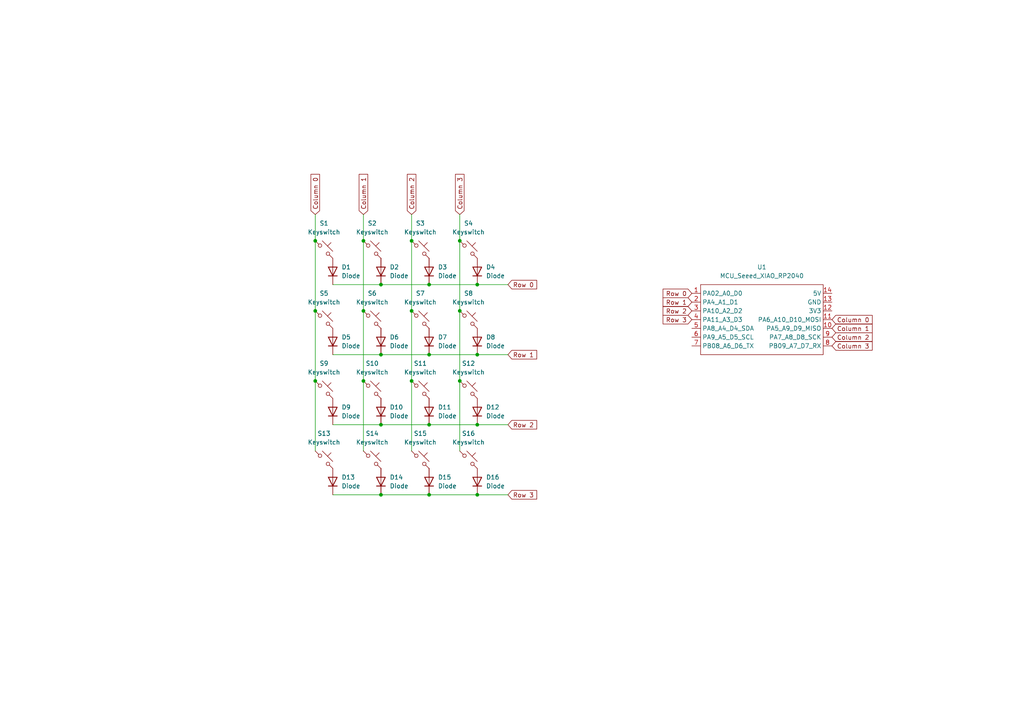
<source format=kicad_sch>
(kicad_sch (version 20231120) (generator "eeschema") (generator_version "8.0")
  (paper "A4")
  (lib_symbols
    (symbol "ScottoKeebs:MCU_Seeed_XIAO_RP2040"
      (property "Reference" "U" (at -16.51 11.43 0))
      (property "Value" "MCU_Seeed_XIAO_RP2040" (at -3.81 -11.43 0))
      (symbol "MCU_Seeed_XIAO_RP2040_0_1"
        (rectangle (start -16.51 10.16) (end 19.05 -10.16))
      )
      (symbol "MCU_Seeed_XIAO_RP2040_1_1"
        (pin passive line (at -19.05 7.62 0) (length 2.54) (name "PA02_A0_D0") (number "1"))
        (pin passive line (at 21.59 -2.54 180) (length 2.54) (name "PA5_A9_D9_MISO") (number "10"))
        (pin passive line (at 21.59 0 180) (length 2.54) (name "PA6_A10_D10_MOSI") (number "11"))
        (pin passive line (at 21.59 2.54 180) (length 2.54) (name "3V3") (number "12"))
        (pin passive line (at 21.59 5.08 180) (length 2.54) (name "GND") (number "13"))
        (pin passive line (at 21.59 7.62 180) (length 2.54) (name "5V") (number "14"))
        (pin passive line (at -19.05 5.08 0) (length 2.54) (name "PA4_A1_D1") (number "2"))
        (pin passive line (at -19.05 2.54 0) (length 2.54) (name "PA10_A2_D2") (number "3"))
        (pin passive line (at -19.05 0 0) (length 2.54) (name "PA11_A3_D3") (number "4"))
        (pin passive line (at -19.05 -2.54 0) (length 2.54) (name "PA8_A4_D4_SDA") (number "5"))
        (pin passive line (at -19.05 -5.08 0) (length 2.54) (name "PA9_A5_D5_SCL") (number "6"))
        (pin passive line (at -19.05 -7.62 0) (length 2.54) (name "PB08_A6_D6_TX") (number "7"))
        (pin passive line (at 21.59 -7.62 180) (length 2.54) (name "PB09_A7_D7_RX") (number "8"))
        (pin passive line (at 21.59 -5.08 180) (length 2.54) (name "PA7_A8_D8_SCK") (number "9"))
      )
    )
    (symbol "ScottoKeebs:Placeholder_Diode" (pin_numbers hide) (pin_names hide)
      (property "Reference" "D" (at 0 2.54 0))
      (property "Value" "Diode" (at 0 -2.54 0))
      (symbol "Placeholder_Diode_0_1"
        (polyline (pts (xy -1.27 1.27) (xy -1.27 -1.27)) (stroke (width 0.254)))
        (polyline (pts (xy 1.27 0) (xy -1.27 0)))
        (polyline (pts (xy 1.27 1.27) (xy 1.27 -1.27) (xy -1.27 0) (xy 1.27 1.27)) (stroke (width 0.254)))
      )
      (symbol "Placeholder_Diode_1_1"
        (pin passive line (at -3.81 0 0) (length 2.54) (name "K") (number "1"))
        (pin passive line (at 3.81 0 180) (length 2.54) (name "A") (number "2"))
      )
    )
    (symbol "ScottoKeebs:Placeholder_Keyswitch" (pin_numbers hide) (pin_names (offset 1.016) hide)
      (property "Reference" "S" (at 3.048 1.016 0))
      (property "Value" "Keyswitch" (at 0 -3.81 0))
      (symbol "Placeholder_Keyswitch_0_1"
        (circle (center -1.1684 1.1684) (radius 0.508))
        (polyline (pts (xy -0.508 2.54) (xy 2.54 -0.508)))
        (polyline (pts (xy 1.016 1.016) (xy 2.032 2.032)))
        (polyline (pts (xy -2.54 2.54) (xy -1.524 1.524) (xy -1.524 1.524)))
        (polyline (pts (xy 1.524 -1.524) (xy 2.54 -2.54) (xy 2.54 -2.54) (xy 2.54 -2.54)))
        (circle (center 1.143 -1.1938) (radius 0.508))
        (pin passive line (at -2.54 2.54 0) (length 0) (name "1") (number "1"))
        (pin passive line (at 2.54 -2.54 180) (length 0) (name "2") (number "2"))
      )
    )
  )
  (junction (at 133.35 90.17))
  (junction (at 119.38 69.85))
  (junction (at 124.46 143.51))
  (junction (at 110.49 123.19))
  (junction (at 91.44 110.49))
  (junction (at 133.35 69.85))
  (junction (at 110.49 102.87))
  (junction (at 124.46 123.19))
  (junction (at 91.44 90.17))
  (junction (at 105.41 110.49))
  (junction (at 119.38 110.49))
  (junction (at 124.46 102.87))
  (junction (at 91.44 69.85))
  (junction (at 138.43 82.55))
  (junction (at 110.49 143.51))
  (junction (at 138.43 102.87))
  (junction (at 105.41 69.85))
  (junction (at 133.35 110.49))
  (junction (at 138.43 123.19))
  (junction (at 124.46 82.55))
  (junction (at 119.38 90.17))
  (junction (at 138.43 143.51))
  (junction (at 105.41 90.17))
  (junction (at 110.49 82.55))
  (wire (pts (xy 124.46 82.55) (xy 138.43 82.55)))
  (wire (pts (xy 133.35 110.49) (xy 133.35 130.81)))
  (wire (pts (xy 110.49 82.55) (xy 124.46 82.55)))
  (wire (pts (xy 119.38 90.17) (xy 119.38 110.49)))
  (wire (pts (xy 91.44 62.23) (xy 91.44 69.85)))
  (wire (pts (xy 105.41 62.23) (xy 105.41 69.85)))
  (wire (pts (xy 124.46 102.87) (xy 138.43 102.87)))
  (wire (pts (xy 105.41 110.49) (xy 105.41 130.81)))
  (wire (pts (xy 96.52 102.87) (xy 110.49 102.87)))
  (wire (pts (xy 105.41 90.17) (xy 105.41 110.49)))
  (wire (pts (xy 105.41 69.85) (xy 105.41 90.17)))
  (wire (pts (xy 110.49 143.51) (xy 124.46 143.51)))
  (wire (pts (xy 119.38 110.49) (xy 119.38 130.81)))
  (wire (pts (xy 96.52 123.19) (xy 110.49 123.19)))
  (wire (pts (xy 124.46 143.51) (xy 138.43 143.51)))
  (wire (pts (xy 133.35 69.85) (xy 133.35 90.17)))
  (wire (pts (xy 110.49 102.87) (xy 124.46 102.87)))
  (wire (pts (xy 96.52 82.55) (xy 110.49 82.55)))
  (wire (pts (xy 110.49 123.19) (xy 124.46 123.19)))
  (wire (pts (xy 124.46 123.19) (xy 138.43 123.19)))
  (wire (pts (xy 119.38 69.85) (xy 119.38 90.17)))
  (wire (pts (xy 91.44 69.85) (xy 91.44 90.17)))
  (wire (pts (xy 91.44 110.49) (xy 91.44 130.81)))
  (wire (pts (xy 147.32 102.87) (xy 138.43 102.87)))
  (wire (pts (xy 91.44 90.17) (xy 91.44 110.49)))
  (wire (pts (xy 133.35 90.17) (xy 133.35 110.49)))
  (wire (pts (xy 119.38 62.23) (xy 119.38 69.85)))
  (wire (pts (xy 138.43 123.19) (xy 147.32 123.19)))
  (wire (pts (xy 96.52 143.51) (xy 110.49 143.51)))
  (wire (pts (xy 133.35 62.23) (xy 133.35 69.85)))
  (wire (pts (xy 138.43 82.55) (xy 147.32 82.55)))
  (wire (pts (xy 147.32 143.51) (xy 138.43 143.51)))
  (global_label "Column 0" (shape input) (at 241.3 92.71 0) (property "Intersheetrefs" "${INTERSHEET_REFS}" (effects (hide yes))))
  (global_label "Row 0" (shape input) (at 200.66 85.09 180) (property "Intersheetrefs" "${INTERSHEET_REFS}" (effects (hide yes))))
  (global_label "Column 3" (shape input) (at 133.35 62.23 90) (property "Intersheetrefs" "${INTERSHEET_REFS}" (effects (hide yes))))
  (global_label "Row 2" (shape input) (at 200.66 90.17 180) (property "Intersheetrefs" "${INTERSHEET_REFS}" (effects (hide yes))))
  (global_label "Column 0" (shape input) (at 91.44 62.23 90) (property "Intersheetrefs" "${INTERSHEET_REFS}" (effects (hide yes))))
  (global_label "Column 1" (shape input) (at 105.41 62.23 90) (property "Intersheetrefs" "${INTERSHEET_REFS}" (effects (hide yes))))
  (global_label "Column 2" (shape input) (at 119.38 62.23 90) (property "Intersheetrefs" "${INTERSHEET_REFS}" (effects (hide yes))))
  (global_label "Row 0" (shape input) (at 147.32 82.55 0) (property "Intersheetrefs" "${INTERSHEET_REFS}" (effects (hide yes))))
  (global_label "Row 2" (shape input) (at 147.32 123.19 0) (property "Intersheetrefs" "${INTERSHEET_REFS}" (effects (hide yes))))
  (global_label "Column 2" (shape input) (at 241.3 97.79 0) (property "Intersheetrefs" "${INTERSHEET_REFS}" (effects (hide yes))))
  (global_label "Row 3" (shape input) (at 147.32 143.51 0) (property "Intersheetrefs" "${INTERSHEET_REFS}" (effects (hide yes))))
  (global_label "Column 1" (shape input) (at 241.3 95.25 0) (property "Intersheetrefs" "${INTERSHEET_REFS}" (effects (hide yes))))
  (global_label "Row 3" (shape input) (at 200.66 92.71 180) (property "Intersheetrefs" "${INTERSHEET_REFS}" (effects (hide yes))))
  (global_label "Row 1" (shape input) (at 200.66 87.63 180) (property "Intersheetrefs" "${INTERSHEET_REFS}" (effects (hide yes))))
  (global_label "Row 1" (shape input) (at 147.32 102.87 0) (property "Intersheetrefs" "${INTERSHEET_REFS}" (effects (hide yes))))
  (global_label "Column 3" (shape input) (at 241.3 100.33 0) (property "Intersheetrefs" "${INTERSHEET_REFS}" (effects (hide yes))))
  (symbol (lib_id "ScottoKeebs:Placeholder_Diode") (at 110.49 119.38 90) (unit 1)
    (property "Reference" "D10" (at 113.03 118.1099 90) (effects (justify right)))
    (property "Value" "Diode" (at 113.03 120.6499 90) (effects (justify right)))
    (property "Footprint" "ScottoKeebs_Components:Diode_DO-35" (effects (hide yes)))
    (property "Description" "1N4148 (DO-35) or 1N4148W (SOD-123)" (effects (hide yes)))
    (property "Sim.Device" "D" (effects (hide yes)))
    (property "Sim.Pins" "1=K 2=A" (effects (hide yes)))
  )
  (symbol (lib_id "ScottoKeebs:Placeholder_Keyswitch") (at 121.92 113.03 0) (unit 1)
    (property "Reference" "S11" (at 121.92 105.41 0))
    (property "Value" "Keyswitch" (at 121.92 107.95 0))
    (property "Footprint" "ScottoKeebs_MX:MX_PCB_1.00u" (effects (hide yes)))
    (property "Description" "Push button switch, normally open, two pins, 45° tilted" (effects (hide yes)))
  )
  (symbol (lib_id "ScottoKeebs:Placeholder_Diode") (at 96.52 139.7 90) (unit 1)
    (property "Reference" "D13" (at 99.06 138.4299 90) (effects (justify right)))
    (property "Value" "Diode" (at 99.06 140.9699 90) (effects (justify right)))
    (property "Footprint" "ScottoKeebs_Components:Diode_DO-35" (effects (hide yes)))
    (property "Description" "1N4148 (DO-35) or 1N4148W (SOD-123)" (effects (hide yes)))
    (property "Sim.Device" "D" (effects (hide yes)))
    (property "Sim.Pins" "1=K 2=A" (effects (hide yes)))
  )
  (symbol (lib_id "ScottoKeebs:Placeholder_Diode") (at 138.43 119.38 90) (unit 1)
    (property "Reference" "D12" (at 140.97 118.1099 90) (effects (justify right)))
    (property "Value" "Diode" (at 140.97 120.6499 90) (effects (justify right)))
    (property "Footprint" "ScottoKeebs_Components:Diode_DO-35" (effects (hide yes)))
    (property "Description" "1N4148 (DO-35) or 1N4148W (SOD-123)" (effects (hide yes)))
    (property "Sim.Device" "D" (effects (hide yes)))
    (property "Sim.Pins" "1=K 2=A" (effects (hide yes)))
  )
  (symbol (lib_id "ScottoKeebs:Placeholder_Keyswitch") (at 107.95 92.71 0) (unit 1)
    (property "Reference" "S6" (at 107.95 85.09 0))
    (property "Value" "Keyswitch" (at 107.95 87.63 0))
    (property "Footprint" "ScottoKeebs_MX:MX_PCB_1.00u" (effects (hide yes)))
    (property "Description" "Push button switch, normally open, two pins, 45° tilted" (effects (hide yes)))
  )
  (symbol (lib_id "ScottoKeebs:Placeholder_Keyswitch") (at 121.92 133.35 0) (unit 1)
    (property "Reference" "S15" (at 121.92 125.73 0))
    (property "Value" "Keyswitch" (at 121.92 128.27 0))
    (property "Footprint" "ScottoKeebs_MX:MX_PCB_1.00u" (effects (hide yes)))
    (property "Description" "Push button switch, normally open, two pins, 45° tilted" (effects (hide yes)))
  )
  (symbol (lib_id "ScottoKeebs:Placeholder_Diode") (at 124.46 99.06 90) (unit 1)
    (property "Reference" "D7" (at 127 97.7899 90) (effects (justify right)))
    (property "Value" "Diode" (at 127 100.3299 90) (effects (justify right)))
    (property "Footprint" "ScottoKeebs_Components:Diode_DO-35" (effects (hide yes)))
    (property "Description" "1N4148 (DO-35) or 1N4148W (SOD-123)" (effects (hide yes)))
    (property "Sim.Device" "D" (effects (hide yes)))
    (property "Sim.Pins" "1=K 2=A" (effects (hide yes)))
  )
  (symbol (lib_id "ScottoKeebs:Placeholder_Keyswitch") (at 107.95 133.35 0) (unit 1)
    (property "Reference" "S14" (at 107.95 125.73 0))
    (property "Value" "Keyswitch" (at 107.95 128.27 0))
    (property "Footprint" "ScottoKeebs_MX:MX_PCB_1.00u" (effects (hide yes)))
    (property "Description" "Push button switch, normally open, two pins, 45° tilted" (effects (hide yes)))
  )
  (symbol (lib_id "ScottoKeebs:Placeholder_Keyswitch") (at 121.92 92.71 0) (unit 1)
    (property "Reference" "S7" (at 121.92 85.09 0))
    (property "Value" "Keyswitch" (at 121.92 87.63 0))
    (property "Footprint" "ScottoKeebs_MX:MX_PCB_1.00u" (effects (hide yes)))
    (property "Description" "Push button switch, normally open, two pins, 45° tilted" (effects (hide yes)))
  )
  (symbol (lib_id "ScottoKeebs:Placeholder_Diode") (at 110.49 78.74 90) (unit 1)
    (property "Reference" "D2" (at 113.03 77.4699 90) (effects (justify right)))
    (property "Value" "Diode" (at 113.03 80.0099 90) (effects (justify right)))
    (property "Footprint" "ScottoKeebs_Components:Diode_DO-35" (effects (hide yes)))
    (property "Description" "1N4148 (DO-35) or 1N4148W (SOD-123)" (effects (hide yes)))
    (property "Sim.Device" "D" (effects (hide yes)))
    (property "Sim.Pins" "1=K 2=A" (effects (hide yes)))
  )
  (symbol (lib_id "ScottoKeebs:Placeholder_Keyswitch") (at 93.98 92.71 0) (unit 1)
    (property "Reference" "S5" (at 93.98 85.09 0))
    (property "Value" "Keyswitch" (at 93.98 87.63 0))
    (property "Footprint" "ScottoKeebs_MX:MX_PCB_1.00u" (effects (hide yes)))
    (property "Description" "Push button switch, normally open, two pins, 45° tilted" (effects (hide yes)))
  )
  (symbol (lib_id "ScottoKeebs:Placeholder_Keyswitch") (at 135.89 133.35 0) (unit 1)
    (property "Reference" "S16" (at 135.89 125.73 0))
    (property "Value" "Keyswitch" (at 135.89 128.27 0))
    (property "Footprint" "ScottoKeebs_MX:MX_PCB_1.00u" (effects (hide yes)))
    (property "Description" "Push button switch, normally open, two pins, 45° tilted" (effects (hide yes)))
  )
  (symbol (lib_id "ScottoKeebs:Placeholder_Diode") (at 96.52 78.74 90) (unit 1)
    (property "Reference" "D1" (at 99.06 77.4699 90) (effects (justify right)))
    (property "Value" "Diode" (at 99.06 80.0099 90) (effects (justify right)))
    (property "Footprint" "ScottoKeebs_Components:Diode_DO-35" (effects (hide yes)))
    (property "Description" "1N4148 (DO-35) or 1N4148W (SOD-123)" (effects (hide yes)))
    (property "Sim.Device" "D" (effects (hide yes)))
    (property "Sim.Pins" "1=K 2=A" (effects (hide yes)))
  )
  (symbol (lib_id "ScottoKeebs:Placeholder_Diode") (at 110.49 99.06 90) (unit 1)
    (property "Reference" "D6" (at 113.03 97.7899 90) (effects (justify right)))
    (property "Value" "Diode" (at 113.03 100.3299 90) (effects (justify right)))
    (property "Footprint" "ScottoKeebs_Components:Diode_DO-35" (effects (hide yes)))
    (property "Description" "1N4148 (DO-35) or 1N4148W (SOD-123)" (effects (hide yes)))
    (property "Sim.Device" "D" (effects (hide yes)))
    (property "Sim.Pins" "1=K 2=A" (effects (hide yes)))
  )
  (symbol (lib_id "ScottoKeebs:Placeholder_Diode") (at 124.46 119.38 90) (unit 1)
    (property "Reference" "D11" (at 127 118.1099 90) (effects (justify right)))
    (property "Value" "Diode" (at 127 120.6499 90) (effects (justify right)))
    (property "Footprint" "ScottoKeebs_Components:Diode_DO-35" (effects (hide yes)))
    (property "Description" "1N4148 (DO-35) or 1N4148W (SOD-123)" (effects (hide yes)))
    (property "Sim.Device" "D" (effects (hide yes)))
    (property "Sim.Pins" "1=K 2=A" (effects (hide yes)))
  )
  (symbol (lib_id "ScottoKeebs:Placeholder_Keyswitch") (at 135.89 72.39 0) (unit 1)
    (property "Reference" "S4" (at 135.89 64.77 0))
    (property "Value" "Keyswitch" (at 135.89 67.31 0))
    (property "Footprint" "ScottoKeebs_MX:MX_PCB_1.00u" (effects (hide yes)))
    (property "Description" "Push button switch, normally open, two pins, 45° tilted" (effects (hide yes)))
  )
  (symbol (lib_id "ScottoKeebs:Placeholder_Diode") (at 110.49 139.7 90) (unit 1)
    (property "Reference" "D14" (at 113.03 138.4299 90) (effects (justify right)))
    (property "Value" "Diode" (at 113.03 140.9699 90) (effects (justify right)))
    (property "Footprint" "ScottoKeebs_Components:Diode_DO-35" (effects (hide yes)))
    (property "Description" "1N4148 (DO-35) or 1N4148W (SOD-123)" (effects (hide yes)))
    (property "Sim.Device" "D" (effects (hide yes)))
    (property "Sim.Pins" "1=K 2=A" (effects (hide yes)))
  )
  (symbol (lib_id "ScottoKeebs:Placeholder_Keyswitch") (at 107.95 113.03 0) (unit 1)
    (property "Reference" "S10" (at 107.95 105.41 0))
    (property "Value" "Keyswitch" (at 107.95 107.95 0))
    (property "Footprint" "ScottoKeebs_MX:MX_PCB_1.00u" (effects (hide yes)))
    (property "Description" "Push button switch, normally open, two pins, 45° tilted" (effects (hide yes)))
  )
  (symbol (lib_id "ScottoKeebs:Placeholder_Keyswitch") (at 135.89 113.03 0) (unit 1)
    (property "Reference" "S12" (at 135.89 105.41 0))
    (property "Value" "Keyswitch" (at 135.89 107.95 0))
    (property "Footprint" "ScottoKeebs_MX:MX_PCB_1.00u" (effects (hide yes)))
    (property "Description" "Push button switch, normally open, two pins, 45° tilted" (effects (hide yes)))
  )
  (symbol (lib_id "ScottoKeebs:Placeholder_Keyswitch") (at 107.95 72.39 0) (unit 1)
    (property "Reference" "S2" (at 107.95 64.77 0))
    (property "Value" "Keyswitch" (at 107.95 67.31 0))
    (property "Footprint" "ScottoKeebs_MX:MX_PCB_1.00u" (effects (hide yes)))
    (property "Description" "Push button switch, normally open, two pins, 45° tilted" (effects (hide yes)))
  )
  (symbol (lib_id "ScottoKeebs:Placeholder_Keyswitch") (at 93.98 133.35 0) (unit 1)
    (property "Reference" "S13" (at 93.98 125.73 0))
    (property "Value" "Keyswitch" (at 93.98 128.27 0))
    (property "Footprint" "ScottoKeebs_MX:MX_PCB_1.00u" (effects (hide yes)))
    (property "Description" "Push button switch, normally open, two pins, 45° tilted" (effects (hide yes)))
  )
  (symbol (lib_id "ScottoKeebs:Placeholder_Diode") (at 96.52 119.38 90) (unit 1)
    (property "Reference" "D9" (at 99.06 118.1099 90) (effects (justify right)))
    (property "Value" "Diode" (at 99.06 120.6499 90) (effects (justify right)))
    (property "Footprint" "ScottoKeebs_Components:Diode_DO-35" (effects (hide yes)))
    (property "Description" "1N4148 (DO-35) or 1N4148W (SOD-123)" (effects (hide yes)))
    (property "Sim.Device" "D" (effects (hide yes)))
    (property "Sim.Pins" "1=K 2=A" (effects (hide yes)))
  )
  (symbol (lib_id "ScottoKeebs:Placeholder_Keyswitch") (at 121.92 72.39 0) (unit 1)
    (property "Reference" "S3" (at 121.92 64.77 0))
    (property "Value" "Keyswitch" (at 121.92 67.31 0))
    (property "Footprint" "ScottoKeebs_MX:MX_PCB_1.00u" (effects (hide yes)))
    (property "Description" "Push button switch, normally open, two pins, 45° tilted" (effects (hide yes)))
  )
  (symbol (lib_id "ScottoKeebs:Placeholder_Keyswitch") (at 93.98 113.03 0) (unit 1)
    (property "Reference" "S9" (at 93.98 105.41 0))
    (property "Value" "Keyswitch" (at 93.98 107.95 0))
    (property "Footprint" "ScottoKeebs_MX:MX_PCB_1.00u" (effects (hide yes)))
    (property "Description" "Push button switch, normally open, two pins, 45° tilted" (effects (hide yes)))
  )
  (symbol (lib_id "ScottoKeebs:Placeholder_Keyswitch") (at 135.89 92.71 0) (unit 1)
    (property "Reference" "S8" (at 135.89 85.09 0))
    (property "Value" "Keyswitch" (at 135.89 87.63 0))
    (property "Footprint" "ScottoKeebs_MX:MX_PCB_1.00u" (effects (hide yes)))
    (property "Description" "Push button switch, normally open, two pins, 45° tilted" (effects (hide yes)))
  )
  (symbol (lib_id "ScottoKeebs:Placeholder_Diode") (at 124.46 78.74 90) (unit 1)
    (property "Reference" "D3" (at 127 77.4699 90) (effects (justify right)))
    (property "Value" "Diode" (at 127 80.0099 90) (effects (justify right)))
    (property "Footprint" "ScottoKeebs_Components:Diode_DO-35" (effects (hide yes)))
    (property "Description" "1N4148 (DO-35) or 1N4148W (SOD-123)" (effects (hide yes)))
    (property "Sim.Device" "D" (effects (hide yes)))
    (property "Sim.Pins" "1=K 2=A" (effects (hide yes)))
  )
  (symbol (lib_id "ScottoKeebs:Placeholder_Diode") (at 124.46 139.7 90) (unit 1)
    (property "Reference" "D15" (at 127 138.4299 90) (effects (justify right)))
    (property "Value" "Diode" (at 127 140.9699 90) (effects (justify right)))
    (property "Footprint" "ScottoKeebs_Components:Diode_DO-35" (effects (hide yes)))
    (property "Description" "1N4148 (DO-35) or 1N4148W (SOD-123)" (effects (hide yes)))
    (property "Sim.Device" "D" (effects (hide yes)))
    (property "Sim.Pins" "1=K 2=A" (effects (hide yes)))
  )
  (symbol (lib_id "ScottoKeebs:Placeholder_Diode") (at 138.43 99.06 90) (unit 1)
    (property "Reference" "D8" (at 140.97 97.7899 90) (effects (justify right)))
    (property "Value" "Diode" (at 140.97 100.3299 90) (effects (justify right)))
    (property "Footprint" "ScottoKeebs_Components:Diode_DO-35" (effects (hide yes)))
    (property "Description" "1N4148 (DO-35) or 1N4148W (SOD-123)" (effects (hide yes)))
    (property "Sim.Device" "D" (effects (hide yes)))
    (property "Sim.Pins" "1=K 2=A" (effects (hide yes)))
  )
  (symbol (lib_id "ScottoKeebs:Placeholder_Diode") (at 138.43 139.7 90) (unit 1)
    (property "Reference" "D16" (at 140.97 138.4299 90) (effects (justify right)))
    (property "Value" "Diode" (at 140.97 140.9699 90) (effects (justify right)))
    (property "Footprint" "ScottoKeebs_Components:Diode_DO-35" (effects (hide yes)))
    (property "Description" "1N4148 (DO-35) or 1N4148W (SOD-123)" (effects (hide yes)))
    (property "Sim.Device" "D" (effects (hide yes)))
    (property "Sim.Pins" "1=K 2=A" (effects (hide yes)))
  )
  (symbol (lib_id "ScottoKeebs:MCU_Seeed_XIAO_RP2040") (at 219.71 92.71 0) (unit 1)
    (property "Reference" "U1" (at 220.98 77.47 0))
    (property "Value" "MCU_Seeed_XIAO_RP2040" (at 220.98 80.01 0))
    (property "Footprint" "ScottoKeebs_MCU:Seeed_XIAO_RP2040" (effects (hide yes)))
  )
  (symbol (lib_id "ScottoKeebs:Placeholder_Diode") (at 138.43 78.74 90) (unit 1)
    (property "Reference" "D4" (at 140.97 77.4699 90) (effects (justify right)))
    (property "Value" "Diode" (at 140.97 80.0099 90) (effects (justify right)))
    (property "Footprint" "ScottoKeebs_Components:Diode_DO-35" (effects (hide yes)))
    (property "Description" "1N4148 (DO-35) or 1N4148W (SOD-123)" (effects (hide yes)))
    (property "Sim.Device" "D" (effects (hide yes)))
    (property "Sim.Pins" "1=K 2=A" (effects (hide yes)))
  )
  (symbol (lib_id "ScottoKeebs:Placeholder_Diode") (at 96.52 99.06 90) (unit 1)
    (property "Reference" "D5" (at 99.06 97.7899 90) (effects (justify right)))
    (property "Value" "Diode" (at 99.06 100.3299 90) (effects (justify right)))
    (property "Footprint" "ScottoKeebs_Components:Diode_DO-35" (effects (hide yes)))
    (property "Description" "1N4148 (DO-35) or 1N4148W (SOD-123)" (effects (hide yes)))
    (property "Sim.Device" "D" (effects (hide yes)))
    (property "Sim.Pins" "1=K 2=A" (effects (hide yes)))
  )
  (symbol (lib_id "ScottoKeebs:Placeholder_Keyswitch") (at 93.98 72.39 0) (unit 1)
    (property "Reference" "S1" (at 93.98 64.77 0))
    (property "Value" "Keyswitch" (at 93.98 67.31 0))
    (property "Footprint" "ScottoKeebs_MX:MX_PCB_1.00u" (effects (hide yes)))
    (property "Description" "Push button switch, normally open, two pins, 45° tilted" (effects (hide yes)))
  )
)
</source>
